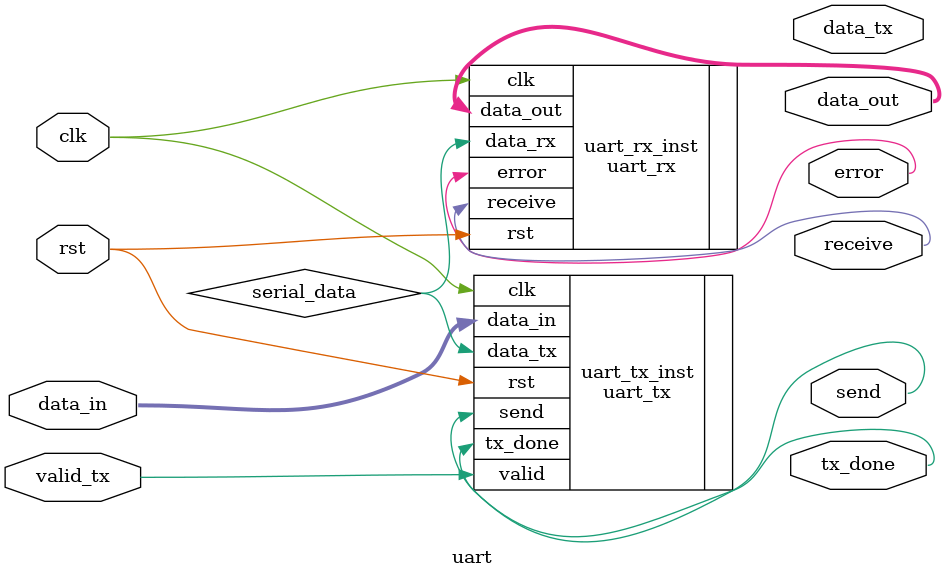
<source format=v>
`timescale 1ns / 1ps


module uart#(
    parameter DATA_WIDTH = 8,
    parameter baud_rate = 9600,
    parameter clk_freq  = 50000000
)
(
    input wire clk,              
    input wire rst,              
    input wire [DATA_WIDTH-1:0] data_in, 
    input wire valid_tx,   
    output wire send,                
    output wire data_tx,         
    output wire [DATA_WIDTH-1:0] data_out, 
    output wire receive,         
    output wire error,           
    output wire tx_done          
);

    wire serial_data; 

    uart_tx #(
        .DATA_WIDTH(DATA_WIDTH),
        .baud_rate(baud_rate),
        .clk_freq(clk_freq)
    ) 
    
    uart_tx_inst (
        .clk(clk),
        .rst(rst),
        .data_in(data_in),
        .valid(valid_tx),
        .send(send),
        .data_tx(serial_data),
        .tx_done(tx_done)
    );


    uart_rx #(
        .DATA_WIDTH(DATA_WIDTH),
        .baud_rate(baud_rate),
        .clk_freq(clk_freq)
    ) uart_rx_inst (
        .clk(clk),
        .rst(rst),
        .data_rx(serial_data),
        .data_out(data_out),
        .receive(receive),
        .error(error)
    );

endmodule

</source>
